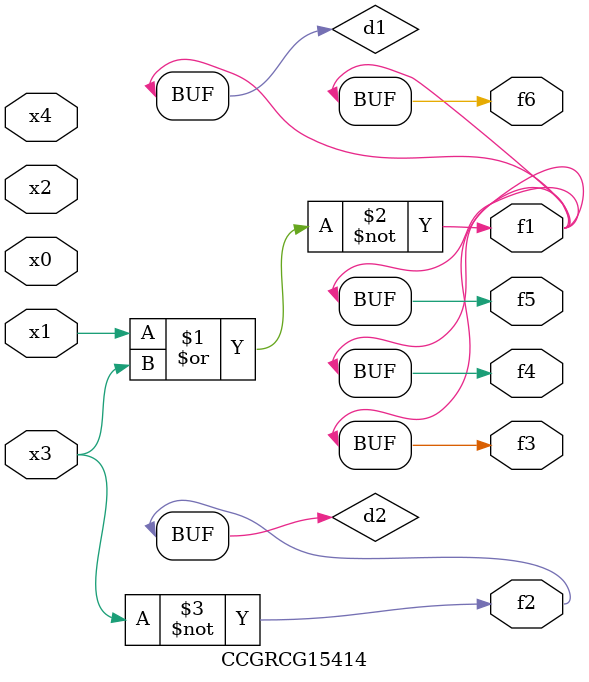
<source format=v>
module CCGRCG15414(
	input x0, x1, x2, x3, x4,
	output f1, f2, f3, f4, f5, f6
);

	wire d1, d2;

	nor (d1, x1, x3);
	not (d2, x3);
	assign f1 = d1;
	assign f2 = d2;
	assign f3 = d1;
	assign f4 = d1;
	assign f5 = d1;
	assign f6 = d1;
endmodule

</source>
